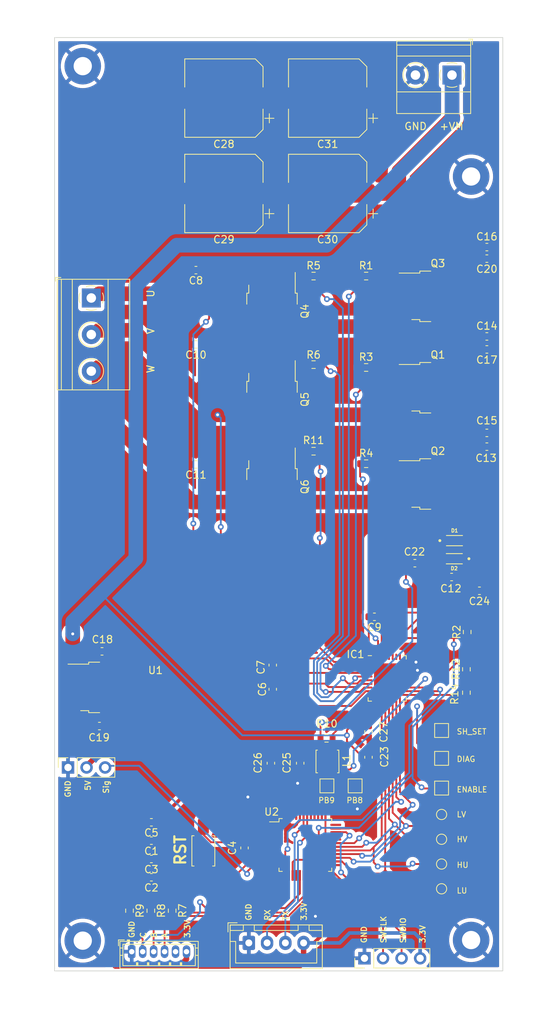
<source format=kicad_pcb>
(kicad_pcb (version 20211014) (generator pcbnew)
  (layers (0 "F.Cu" signal) (31 "B.Cu" signal) (34 "B.Paste" user) (35 "F.Paste" user) (36 "B.SilkS" user "B.Silkscreen") (37 "F.SilkS" user "F.Silkscreen") (38 "B.Mask" user) (39 "F.Mask" user) (44 "Edge.Cuts" user))
  (net 0 "")
  (net 1 "Net-(U2-Pad7)")
  (net 2 "Net-(C6-Pad1)")
  (net 3 "Net-(C7-Pad1)")
  (net 5 "Net-(C22-Pad1)")
  (net 9 "Net-(C22-Pad2)")
  (net 10 "Net-(C24-Pad2)")
  (net 11 "Net-(C27-Pad2)")
  (net 12 "LOUTW")
  (net 13 "HOUTV")
  (net 14 "LOUTV")
  (net 17 "LOUTU")
  (net 18 "HOUTU")
  (net 19 "DIAG")
  (net 25 "Servo")
  (net 26 "HO1")
  (net 33 "LO1")
  (net 34 "HO2")
  (net 35 "LO2")
  (net 36 "GND")
  (net 37 "+BATT")
  (net 38 "W")
  (net 39 "V")
  (net 40 "U")
  (net 41 "HO3")
  (net 42 "LO3")
  (net 44 "+5V")
  (net 45 "SCLK")
  (net 46 "SWD")
  (net 47 "+3.3V")
  (net 48 "RX")
  (net 49 "TX")
  (net 50 "Net-(Q3-Pad1)")
  (net 54 "Net-(C9-Pad1)")
  (net 56 "ENABLE")
  (net 57 "HOUTW")
  (net 58 "Net-(Q1-Pad1)")
  (net 59 "Net-(Q2-Pad1)")
  (net 60 "Net-(Q4-Pad1)")
  (net 61 "Net-(Q5-Pad1)")
  (net 62 "Net-(Q6-Pad1)")
  (net 63 "ENCC")
  (net 64 "ENCB")
  (net 65 "ENCA")
  (net 67 "Net-(IC1-Pad33)")
  (net 68 "Net-(IC1-Pad10)")
  (net 69 "SH_SET")
  (net 70 "PB9")
  (net 71 "PB8")
  (footprint "TestPoint:TestPoint_Pad_1.5x1.5mm" (layer "F.Cu") (at 117.1448 122.8852)
    (fp_text reference "TP1" hide)
    (fp_text value "TestPoint")
  )
  (footprint "Connector_PinHeader_2.54mm:PinHeader_1x04_P2.54mm_Vertical" (layer "F.Cu") (at 106.5884 154.0256 90)
    (fp_text reference "J5" hide)
    (fp_text value "Programming Port")
  )
  (footprint "Resistor_SMD:R_0603_1608Metric" (layer "F.Cu") (at 80.2609 147.5232 -90)
    (fp_text reference "R7")
    (fp_text value "10k")
  )
  (footprint "Capacitor_SMD:C_0603_1608Metric" (layer "F.Cu") (at 118.5164 101.9048)
    (fp_text reference "C12")
    (fp_text value "10uF/35V")
  )
  (footprint "TestPoint:TestPoint_Pad_D1.0mm" (layer "F.Cu") (at 117.1448 141.139332)
    (fp_text reference "TP3" hide)
    (fp_text value "TestPoint")
  )
  (footprint "Additional_Components:SW_Push_SPST_Wuerth_434121043816" (layer "F.Cu") (at 84.5312 139.3444 90)
    (fp_text reference "SW1" hide)
    (fp_text value "SW_Push")
  )
  (footprint "Capacitor_SMD:C_0603_1608Metric" (layer "F.Cu") (at 70.66 112.0668 180)
    (fp_text reference "C18")
    (fp_text value "100nF/35V")
  )
  (footprint "Capacitor_SMD:C_0603_1608Metric" (layer "F.Cu") (at 77.4161 142.9552 180)
    (fp_text reference "C2")
    (fp_text value "100nF/6V")
  )
  (footprint "Package_DFN_QFN:QFN-36-1EP_5x6mm_P0.5mm_EP3.6x4.1mm" (layer "F.Cu") (at 109.6964 115.7618)
    (fp_text reference "IC1")
    (fp_text value "TMC6140-Trinamic")
  )
  (footprint "TestPoint:TestPoint_Pad_1.5x1.5mm" (layer "F.Cu") (at 117.1448 126.6952)
    (fp_text reference "TP4" hide)
    (fp_text value "TestPoint")
  )
  (footprint "Capacitor_SMD:C_0603_1608Metric" (layer "F.Cu") (at 94.0308 117.2464 90)
    (fp_text reference "C6")
    (fp_text value "470nF/16V")
  )
  (footprint "TestPoint:TestPoint_Pad_1.5x1.5mm" (layer "F.Cu") (at 101.4476 130.4544)
    (fp_text reference "TP5" hide)
    (fp_text value "TestPoint")
  )
  (footprint "Additional_Components:DIODE_MSS1P4-M3_89A" (layer "F.Cu") (at 118.8869 99.4026 180)
    (fp_text reference "D2")
    (fp_text value "D_Schottky")
  )
  (footprint "Resistor_SMD:R_0603_1608Metric" (layer "F.Cu") (at 106.8166 73.2536)
    (fp_text reference "R3")
    (fp_text value "2.2R")
  )
  (footprint "TestPoint:TestPoint_Pad_1.5x1.5mm" (layer "F.Cu") (at 117.1448 130.7592)
    (fp_text reference "TP2" hide)
    (fp_text value "TestPoint")
  )
  (footprint "Capacitor_SMD:C_0603_1608Metric" (layer "F.Cu") (at 123.3424 84.0764)
    (fp_text reference "C13")
    (fp_text value "10uF/35V")
  )
  (footprint "Capacitor_SMD:CP_Elec_10x14.3" (layer "F.Cu") (at 87.3432 49.4633 180)
    (fp_text reference "C29")
    (fp_text value "1000uF/25V")
  )
  (footprint "Package_QFP:LQFP-48_7x7mm_P0.5mm" (layer "F.Cu") (at 98.4981 138.5356)
    (fp_text reference "U2")
    (fp_text value "STM32F101CBT6")
  )
  (footprint "Package_TO_SOT_SMD:TO-252-2" (layer "F.Cu") (at 93.9292 77.6224 -90)
    (fp_text reference "Q5")
    (fp_text value "IRLR 2905")
  )
  (footprint "Capacitor_SMD:C_0603_1608Metric" (layer "F.Cu") (at 123.3424 56.7944)
    (fp_text reference "C16")
    (fp_text value "10uF/35V")
  )
  (footprint "Connector_JST:JST_XH_B4B-XH-A_1x04_P2.50mm_Vertical" (layer "F.Cu") (at 90.75605 151.9256)
    (fp_text reference "J6" hide)
    (fp_text value "UART Port")
  )
  (footprint "Capacitor_SMD:C_0603_1608Metric" (layer "F.Cu") (at 77.4161 135.4368 180)
    (fp_text reference "C5")
    (fp_text value "1uF/6V")
  )
  (footprint "Capacitor_SMD:C_0603_1608Metric" (layer "F.Cu") (at 70.3044 122.2776)
    (fp_text reference "C19")
    (fp_text value "10uF/35V")
  )
  (footprint "Resistor_SMD:R_0603_1608Metric" (layer "F.Cu") (at 106.8166 60.7568)
    (fp_text reference "R1")
    (fp_text value "2.2R")
  )
  (footprint "Resistor_SMD:R_0603_1608Metric" (layer "F.Cu") (at 120.65 109.4232 90)
    (fp_text reference "R2")
    (fp_text value "4.7k")
  )
  (footprint "Capacitor_SMD:C_0603_1608Metric" (layer "F.Cu") (at 93.7768 127.3558 -90)
    (fp_text reference "C26")
    (fp_text value "22uF/6.3V")
  )
  (footprint "Resistor_SMD:R_0603_1608Metric" (layer "F.Cu") (at 120.5423 117.7158 90)
    (fp_text reference "R14")
    (fp_text value "47k")
  )
  (footprint "MountingHole:MountingHole_2.5mm_Pad" (layer "F.Cu") (at 121.1878 151.5364)
    (fp_text reference "H4" hide)
    (fp_text value "MountingHole_Pad")
  )
  (footprint "TerminalBlock_Phoenix:TerminalBlock_Phoenix_MKDS-1,5-3_1x03_P5.00mm_Horizontal" (layer "F.Cu") (at 69.1896 63.754 -90)
    (fp_text reference "J2" hide)
    (fp_text value "Motor Connector")
  )
  (footprint "Capacitor_SMD:C_0603_1608Metric" (layer "F.Cu") (at 123.3424 82.1968 180)
    (fp_text reference "C15")
    (fp_text value "100nF/35V")
  )
  (footprint "Capacitor_SMD:C_0603_1608Metric" (layer "F.Cu") (at 122.3264 103.7844 180)
    (fp_text reference "C24")
    (fp_text value "100nF/35V")
  )
  (footprint "Resistor_SMD:R_0603_1608Metric" (layer "F.Cu") (at 99.6188 72.8644 180)
    (fp_text reference "R6")
    (fp_text value "2.2R")
  )
  (footprint "Resistor_SMD:R_0603_1608Metric" (layer "F.Cu") (at 106.8166 86.4108)
    (fp_text reference "R4")
    (fp_text value "2.2R")
  )
  (footprint "Package_TO_SOT_SMD:TO-252-2" (layer "F.Cu") (at 93.9292 65.5656 -90)
    (fp_text reference "Q4")
    (fp_text value "IRLR 2905")
  )
  (footprint "Capacitor_SMD:CP_Elec_10x14.3" (layer "F.Cu") (at 87.3432 36.4236 180)
    (fp_text reference "C28")
    (fp_text value "1000uF/25V")
  )
  (footprint "Resistor_SMD:R_0603_1608Metric" (layer "F.Cu") (at 77.34145 147.5232 -90)
    (fp_text reference "R8")
    (fp_text value "10k")
  )
  (footprint "Package_TO_SOT_SMD:TO-252-2" (layer "F.Cu") (at 116.6368 63.5268)
    (fp_text reference "Q3")
    (fp_text value "IRLR 2905")
  )
  (footprint "MountingHole:MountingHole_2.5mm_Pad" (layer "F.Cu") (at 68.0212 32.0548)
    (fp_text reference "H3" hide)
    (fp_text value "MountingHole_Pad")
  )
  (footprint "Capacitor_SMD:C_0603_1608Metric" (layer "F.Cu") (at 107.95 107.3404 180)
    (fp_text reference "C9")
    (fp_text value "470nF/16V")
  )
  (footprint "TestPoint:TestPoint_Pad_D1.0mm" (layer "F.Cu") (at 117.1448 144.526)
    (fp_text reference "TP7" hide)
    (fp_text value "TestPoint")
  )
  (footprint "Capacitor_SMD:C_0603_1608Metric" (layer "F.Cu") (at 90.1669 138.942 -90)
    (fp_text reference "C4")
    (fp_text value "100nF/6V")
  )
  (footprint "Package_TO_SOT_SMD:TO-252-2" (layer "F.Cu") (at 93.9292 89.5604 -90)
    (fp_text reference "Q6")
    (fp_text value "IRLR 2905")
  )
  (footprint "Additional_Components:DIODE_MSS1P4-M3_89A" (layer "F.Cu") (at 118.9079 96.9264)
    (fp_text reference "D1")
    (fp_text value "D_Schottky")
  )
  (footprint "Additional_Components:L_Fastron_1212_FPS" (layer "F.Cu") (at 101.5492 127.1192 90)
    (fp_text reference "L1")
    (fp_text value "33uH/0.42A")
  )
  (footprint "Capacitor_SMD:C_0603_1608Metric" (layer "F.Cu") (at 113.4872 100.0122 180)
    (fp_text reference "C22")
    (fp_text value "100nF/35V")
  )
  (footprint "Package_TO_SOT_SMD:TO-252-2" (layer "F.Cu") (at 116.6368 89.1808)
    (fp_text reference "Q2")
    (fp_text value "IRLR 2905")
  )
  (footprint "Capacitor_SMD:CP_Elec_10x14.3" (layer "F.Cu") (at 101.5492 49.4633 180)
    (fp_text reference "C30")
    (fp_text value "1000uF/25V")
  )
  (footprint "TestPoint:TestPoint_Pad_D1.0mm" (layer "F.Cu") (at 117.1448 134.366)
    (fp_text reference "TP9" hide)
    (fp_text value "TestPoint")
  )
  (footprint "Package_TO_SOT_SMD:TO-252-2" (layer "F.Cu") (at 116.6368 76.0236)
    (fp_text reference "Q1")
    (fp_text value "IRLR 2905")
  )
  (footprint "Capacitor_SMD:C_0603_1608Metric" (layer "F.Cu") (at 83.5152 59.944 180)
    (fp_text reference "C8")
    (fp_text value "1nF/50V")
  )
  (footprint "Connector_PinSocket_2.54mm:PinSocket_1x03_P2.54mm_Vertical" (layer "F.Cu") (at 66.0042 127.9402 90)
    (fp_text reference "J7" hide)
    (fp_text value "Servo")
  )
  (footprint "Capacitor_SMD:C_0603_1608Metric" (layer "F.Cu") (at 77.4161 140.449066 180)
    (fp_text reference "C3")
    (fp_text value "10nF/6V")
  )
  (footprint "Capacitor_SMD:C_0603_1608Metric" (layer "F.Cu") (at 83.5152 70.104 180)
    (fp_text reference "C10")
    (fp_text value "1nF/50V")
  )
  (footprint "MountingHole:MountingHole_2.5mm_Pad" (layer "F.Cu") (at 121.1878 47.1424)
    (fp_text reference "H1" hide)
    (fp_text value "MountingHole_Pad")
  )
  (footprint "Package_TO_SOT_SMD:TO-252-2" (layer "F.Cu") (at 71.3046 116.9934)
    (fp_text reference "U1")
    (fp_text value "MC7805CDTG")
  )
  (footprint "Capacitor_SMD:C_0603_1608Metric" (layer "F.Cu") (at 107.1372 126.5428 -90)
    (fp_text reference "C23")
    (fp_text value "100nF/35V")
  )
  (footprint "MountingHole:MountingHole_2.5mm_Pad" (layer "F.Cu") (at 68.0212 151.617)
    (fp_text reference "H2" hide)
    (fp_text value "MountingHole_Pad")
  )
  (footprint "Capacitor_SMD:C_0603_1608Metric" (layer "F.Cu") (at 123.3424 58.3692 180)
    (fp_text reference "C20")
    (fp_text value "100nF/35V")
  )
  (footprint "Capacitor_SMD:CP_Elec_10x14.3" (layer "F.Cu") (at 101.5492 36.4236 180)
    (fp_text reference "C31")
    (fp_text value "1000uF/25V")
  )
  (footprint "Capacitor_SMD:C_0603_1608Metric" (layer "F.Cu") (at 123.3424 69.0076)
    (fp_text reference "C14")
    (fp_text value "10uF/35V")
  )
  (footprint "Resistor_SMD:R_0603_1608Metric" (layer "F.Cu") (at 74.422 147.5232 -90)
    (fp_text reference "R9")
    (fp_text value "10k")
  )
  (footprint "Resistor_SMD:R_0603_1608Metric" (layer "F.Cu") (at 120.5423 114.5154 90)
    (fp_text reference "R12")
    (fp_text value "22k")
  )
  (footprint "Capacitor_SMD:C_0603_1608Metric" (layer "F.Cu") (at 123.3424 70.7856 180)
    (fp_text reference "C17")
    (fp_text value "100nF/35V")
  )
  (footprint "Capacitor_SMD:C_0603_1608Metric" (layer "F.Cu") (at 107.1372 123.0376 90)
    (fp_text reference "C27")
    (fp_text value "100nF/35V")
  )
  (footprint "Resistor_SMD:R_0603_1608Metric" (layer "F.Cu") (at 101.3968 123.952 180)
    (fp_text reference "R10")
    (fp_text value "0R")
  )
  (footprint "Capacitor_SMD:C_0603_1608Metric" (layer "F.Cu") (at 94.0308 113.9444 -90)
    (fp_text reference "C7")
    (fp_text value "470nF/16V")
  )
  (footprint "Connector_JST:JST_ZH_B6B-ZR_1x06_P1.50mm_Vertical" (layer "F.Cu") (at 74.7237 153.1256)
    (fp_text reference "J3" hide)
    (fp_text value "Sensor Connector")
  )
  (footprint "Capacitor_SMD:C_0603_1608Metric" (layer "F.Cu") (at 97.79 127.3558 -90)
    (fp_text reference "C25")
    (fp_text value "22uF/6.3V")
  )
  (footprint "TestPoint:TestPoint_Pad_D1.0mm" (layer "F.Cu") (at 117.1448 137.752666)
    (fp_text reference "TP8" hide)
    (fp_text value "TestPoint")
  )
  (footprint "Capacitor_SMD:C_0603_1608Metric" (layer "F.Cu") (at 83.5152 86.5124 180)
    (fp_text reference "C11")
    (fp_text value "1nF/50V")
  )
  (footprint "Capacitor_SMD:C_0603_1608Metric" (layer "F.Cu") (at 77.4161 137.942933 180)
    (fp_text reference "C1")
    (fp_text value "100nF/6V")
  )
  (footprint "Resistor_SMD:R_0603_1608Metric" (layer "F.Cu") (at 99.6188 84.7022 180)
    (fp_text reference "R11")
    (fp_text value "2.2R")
  )
  (footprint "Resistor_SMD:R_0603_1608Metric" (layer "F.Cu") (at 99.6188 60.7568 180)
    (fp_text reference "R5")
    (fp_text value "2.2R")
  )
  (footprint "TestPoint:TestPoint_Pad_1.5x1.5mm" (layer "F.Cu") (at 105.3084 130.4544)
    (fp_text reference "TP6" hide)
    (fp_text value "TestPoint")
  )
  (footprint "TerminalBlock_Phoenix:TerminalBlock_Phoenix_MKDS-1,5-2_1x02_P5.00mm_Horizontal" (layer "F.Cu") (at 118.5672 33.274 180)
    (fp_text reference "J1" hide)
    (fp_text value "Power Supply")
  )
  (gr_rect (start 64.1604 28.1432) (end 125.5268 155.7528) (layer "Edge.Cuts") (width 0.1) (fill none))
  (gr_text "C" (at 76.3016 150.851685 90) (layer "F.SilkS") (effects (font (size 0.75 0.75))))
  (gr_text "ENABLE" (at 121.3104 130.9624) (layer "F.SilkS") (effects (font (size 0.75 0.75) (thickness 0.125))))
  (gr_text "LU" (at 119.9354 144.78) (layer "F.SilkS") (effects (font (size 0.75 0.75) (thickness 0.125))))
  (gr_text "RST" (at 81.3816 139.2428 90) (layer "F.SilkS") (effects (font (size 1.5 1.5) (thickness 0.3))))
  (gr_text "RX" (at 93.3196 148.119571 90) (layer "F.SilkS") (effects (font (size 0.75 0.75))))
  (gr_text "GND" (at 65.9892 130.874657 90) (layer "F.SilkS") (effects (font (size 0.75 0.75))))
  (gr_text "+VM" (at 118.5164 40.2844) (layer "F.SilkS") (effects (font (size 1 1))))
  (gr_text "GND" (at 106.5276 150.795028 90) (layer "F.SilkS") (effects (font (size 0.75 0.75))))
  (gr_text "PB9" (at 101.3968 132.4356) (layer "F.SilkS") (effects (font (size 0.75 0.75) (thickness 0.125))))
  (gr_text "U" (at 77.3176 63.1444 90) (layer "F.SilkS") (effects (font (size 1 1))))
  (gr_text "3.3V\n" (at 82.3468 150.0124 90) (layer "F.SilkS") (effects (font (size 0.75 0.75))))
  (gr_text "A" (at 79.248 150.905257 90) (layer "F.SilkS") (effects (font (size 0.75 0.75))))
  (gr_text "GND" (at 90.7288 147.708857 90) (layer "F.SilkS") (effects (font (size 0.75 0.75))))
  (gr_text "GND" (at 74.7268 150.083828 90) (layer "F.SilkS") (effects (font (size 0.75 0.75))))
  (gr_text "SH_SET" (at 121.256829 123.0376) (layer "F.SilkS") (effects (font (size 0.75 0.75) (thickness 0.125))))
  (gr_text "5V" (at 68.7324 130.4036 90) (layer "F.SilkS") (effects (font (size 0.75 0.75))))
  (gr_text "HU" (at 120.024686 141.2748) (layer "F.SilkS") (effects (font (size 0.75 0.75) (thickness 0.125))))
  (gr_text "B" (at 77.7748 150.851685 90) (layer "F.SilkS") (effects (font (size 0.75 0.75))))
  (gr_text "Sig" (at 71.2216 130.6068 90) (layer "F.SilkS") (effects (font (size 0.75 0.75))))
  (gr_text "DIAG" (at 120.488972 126.7968) (layer "F.SilkS") (effects (font (size 0.75 0.75) (thickness 0.125))))
  (gr_text "3.3V\n" (at 98.298 147.637429 90) (layer "F.SilkS") (effects (font (size 0.75 0.75))))
  (gr_text "TX" (at 95.8088 148.208857 90) (layer "F.SilkS") (effects (font (size 0.75 0.75))))
  (gr_text "SWDIO" (at 111.878532 150.205742 90) (layer "F.SilkS") (effects (font (size 0.75 0.75))))
  (gr_text "LV" (at 119.863972 134.366) (layer "F.SilkS") (effects (font (size 0.75 0.75) (thickness 0.125))))
  (gr_text "3.3V\n" (at 114.554 150.7236 90) (layer "F.SilkS") (effects (font (size 0.75 0.75))))
  (gr_text "GND\n" (at 113.5888 40.2844) (layer "F.SilkS") (effects (font (size 1 1))))
  (gr_text "SWCLK" (at 109.203066 150.0986 90) (layer "F.SilkS") (effects (font (size 0.75 0.75))))
  (gr_text "W" (at 77.3176 73.4568 90) (layer "F.SilkS") (effects (font (size 1 1))))
  (gr_text "V" (at 77.3176 68.2752 90) (layer "F.SilkS") (effects (font (size 1 1))))
  (gr_text "HV" (at 119.953257 137.7696) (layer "F.SilkS") (effects (font (size 0.75 0.75) (thickness 0.125))))
  (gr_text "PB8" (at 105.2576 132.4356) (layer "F.SilkS") (effects (font (size 0.75 0.75) (thickness 0.125))))
  (segment (start 85.5819 138.167) (end 90.1669 138.167) (width 0.25) (layer "F.Cu") (net 1))
  (segment (start 90.7855 138.7856) (end 94.3356 138.7856) (width 0.25) (layer "F.Cu") (net 1))
  (segment (start 84.5281 137.1132) (end 85.5819 138.167) (width 0.25) (layer "F.Cu") (net 1))
  (segment (start 90.1669 138.167) (end 90.7855 138.7856) (width 0.25) (layer "F.Cu") (net 1))
  (segment (start 84.5281 135.5412) (end 84.5281 137.1132) (width 0.25) (layer "F.Cu") (net 1))
  (segment (start 94.0308 118.0214) (end 95.5418 119.5324) (width 0.25) (layer "F.Cu") (net 2))
  (segment (start 95.5418 119.5324) (end 104.752792 119.5324) (width 0.25) (layer "F.Cu") (net 2))
  (segment (start 106.773392 117.5118) (end 107.2464 117.5118) (width 0.25) (layer "F.Cu") (net 2))
  (segment (start 104.752792 119.5324) (end 106.773392 117.5118) (width 0.25) (layer "F.Cu") (net 2))
  (segment (start 102.277 114.0118) (end 101.2952 113.03) (width 0.25) (layer "F.Cu") (net 3))
  (segment (start 107.2464 114.0118) (end 102.277 114.0118) (width 0.25) (layer "F.Cu") (net 3))
  (segment (start 101.2952 113.03) (end 94.1702 113.03) (width 0.25) (layer "F.Cu") (net 3))
  (segment (start 94.1702 113.03) (end 94.0308 113.1694) (width 0.25) (layer "F.Cu") (net 3))
  (segment (start 114.2622 100.0122) (end 114.8718 99.4026) (width 0.25) (layer "F.Cu") (net 5))
  (segment (start 117.6369 97.5474) (end 117.6369 99.4026) (width 0.25) (layer "F.Cu") (net 5))
  (segment (start 118.2579 96.9264) (end 117.6369 97.5474) (width 0.25) (layer "F.Cu") (net 5))
  (segment (start 114.8718 99.4026) (end 117.6369 99.4026) (width 0.25) (layer "F.Cu") (net 5))
  (segment (start 112.268 100.4564) (end 112.7122 100.0122) (width 0.25) (layer "F.Cu") (net 9))
  (segment (start 112.268 102.5652) (end 112.268 100.4564) (width 0.25) (layer "F.Cu") (net 9))
  (segment (start 100.5718 121.983) (end 100.7872 121.7676) (width 0.25) (layer "F.Cu") (net 9))
  (segment (start 100.5718 123.952) (end 100.5718 121.983) (width 0.25) (layer "F.Cu") (net 9))
  (via (at 112.268 102.5652) (size 0.8) (drill 0.4) (layers "F.Cu" "B.Cu") (net 9))
  (via (at 100.7872 121.7676) (size 0.8) (drill 0.4) (layers "F.Cu" "B.Cu") (net 9))
  (segment (start 113.1316 103.4288) (end 112.268 102.5652) (width 0.25) (layer "B.Cu") (net 9))
  (segment (start 113.1316 110.6932) (end 113.1316 103.4288) (width 0.25) (layer "B.Cu") (net 9))
  (segment (start 102.0572 121.7676) (end 113.1316 110.6932) (width 0.25) (layer "B.Cu") (net 9))
  (segment (start 100.7872 121.7676) (end 102.0572 121.7676) (width 0.25) (layer "B.Cu") (net 9))
  (segment (start 120.7516 100.6173) (end 119.5369 99.4026) (width 0.25) (layer "F.Cu") (net 10))
  (segment (start 109.9464 112.8118) (end 109.9464 111.565604) (width 0.25) (layer "F.Cu") (net 10))
  (segment (start 120.716 106.902996) (end 120.716 104.1248) (width 0.25) (layer "F.Cu") (net 10))
  (segment (start 120.380196 107.2388) (end 120.716 106.902996) (width 0.25) (layer "F.Cu") (net 10))
  (segment (start 120.7516 102.9846) (end 120.7516 100.6173) (width 0.25) (layer "F.Cu") (net 10))
  (segment (start 121.5514 103.7844) (end 120.7516 102.9846) (width 0.25) (layer "F.Cu") (net 10))
  (segment (start 109.9464 111.565604) (end 114.295404 107.2166) (width 0.25) (layer "F.Cu") (net 10))
  (segment (start 121.0564 103.7844) (end 121.5514 103.7844) (width 0.25) (layer "F.Cu") (net 10))
  (segment (start 120.716 104.1248) (end 121.0564 103.7844) (width 0.25) (layer "F.Cu") (net 10))
  (segment (start 114.989 107.2166) (end 115.0112 107.2388) (width 0.25) (layer "F.Cu") (net 10))
  (segment (start 114.295404 107.2166) (end 114.989 107.2166) (width 0.25) (layer "F.Cu") (net 10))
  (segment (start 115.0112 107.2388) (end 120.380196 107.2388) (width 0.25) (layer "F.Cu") (net 10))
  (segment (start 108.4072 118.751) (end 108.4072 119.634) (width 0.25) (layer "F.Cu") (net 11))
  (segment (start 107.1372 120.904) (end 107.1372 122.2626) (width 0.25) (layer "F.Cu") (net 11))
  (segment (start 108.4464 118.7118) (end 108.4072 118.751) (width 0.25) (layer "F.Cu") (net 11))
  (segment (start 108.4072 119.634) (end 107.1372 120.904) (width 0.25) (layer "F.Cu") (net 11))
  (segment (start 102.413396 113.5118) (end 107.2464 113.5118) (width 0.25) (layer "F.Cu") (net 12))
  (segment (start 100.4438 87.3374) (end 100.584 87.4776) (width 0.25) (layer "F.Cu") (net 12))
  (segment (start 100.4824 96.5708) (end 100.4824 111.580804) (width 0.25) (layer "F.Cu") (net 12))
  (segment (start 100.4438 84.7022) (end 100.4438 87.3374) (width 0.25) (layer "F.Cu") (net 12))
  (segment (start 100.4824 111.580804) (end 102.413396 113.5118) (width 0.25) (layer "F.Cu") (net 12))
  (via (at 100.4824 96.5708) (size 0.8) (drill 0.4) (layers "F.Cu" "B.Cu") (net 12))
  (via (at 100.584 87.4776) (size 0.8) (drill 0.4) (layers "F.Cu" "B.Cu") (net 12))
  (segment (start 100.584 87.4776) (end 100.584 96.4692) (width 0.25) (layer "B.Cu") (net 12))
  (segment (start 100.584 96.4692) (end 100.4824 96.5708) (width 0.25) (layer "B.Cu") (net 12))
  (segment (start 101.290901 114.050299) (end 101.752402 114.5118) (width 0.25) (layer "F.Cu") (net 13))
  (segment (start 105.9916 76.3804) (end 105.41 76.962) (width 0.25) (layer "F.Cu") (net 13))
  (segment (start 101.752402 114.5118) (end 107.2464 114.5118) (width 0.25) (layer "F.Cu") (net 13))
  (segment (start 105.9916 73.2536) (end 105.9916 76.3804) (width 0.25) (layer "F.Cu") (net 13))
  (via (at 101.290901 114.050299) (size 0.8) (drill 0.4) (layers "F.Cu" "B.Cu") (net 13))
  (via (at 105.41 76.962) (size 0.8) (drill 0.4) (layers "F.Cu" "B.Cu") (net 13))
  (segment (start 105.41 76.962) (end 105.41 109.9312) (width 0.25) (layer "B.Cu") (net 13))
  (segment (start 105.41 109.9312) (end 101.290901 114.050299) (width 0.25) (layer "B.Cu") (net 13))
  (segment (start 100.4438 72.8644) (end 101.0584 72.8644) (width 0.25) (layer "F.Cu") (net 14))
  (segment (start 101.0584 72.8644) (end 101.9556 73.7616) (width 0.25) (layer "F.Cu") (net 14))
  (segment (start 105.5334 115.5118) (end 107.2464 115.5118) (width 0.25) (layer "F.Cu") (net 14))
  (segment (start 105.3084 115.7368) (end 105.5334 115.5118) (width 0.25) (layer "F.Cu") (net 14))
  (via (at 105.3084 115.7368) (size 0.8) (drill 0.4) (layers "F.Cu" "B.Cu") (net 14))
  (via (at 101.9556 73.7616) (size 0.8) (drill 0.4) (layers "F.Cu" "B.Cu") (net 14))
  (segment (start 105.3084 115.9395) (end 105.3084 115.7368) (width 0.25) (layer "B.Cu") (net 14))
  (segment (start 103.182 109.795604) (end 99.665901 113.311703) (width 0.25) (layer "B.Cu") (net 14))
  (segment (start 100.598699 118.872) (end 102.3759 118.872) (width 0.25) (layer "B.Cu") (net 14))
  (segment (start 103.182 74.3784) (end 103.182 109.795604) (width 0.25) (layer "B.Cu") (net 14))
  (segment (start 99.665901 117.939202) (end 100.598699 118.872) (width 0.25) (layer "B.Cu") (net 14))
  (segment (start 99.665901 113.311703) (end 99.665901 117.939202) (width 0.25) (layer "B.Cu") (net 14))
  (segment (start 102.3759 118.872) (end 105.3084 115.9395) (width 0.25) (layer "B.Cu") (net 14))
  (segment (start 102.5652 73.7616) (end 103.182 74.3784) (width 0.25) (layer "B.Cu") (net 14))
  (segment (start 101.9556 73.7616) (end 102.5652 73.7616) (width 0.25) (layer "B.Cu") (net 14))
  (segment (start 100.4438 60.7568) (end 100.4438 62.9026) (width 0.25) (layer "F.Cu") (net 17))
  (segment (start 104.357 116.4613) (end 103.632 115.7363) (width 0.25) (layer "F.Cu") (net 17))
  (segment (start 104.6249 116.4613) (end 104.357 116.4613) (width 0.25) (layer "F.Cu") (net 17))
  (segment (start 100.4438 62.9026) (end 101.4476 63.9064) (width 0.25) (layer "F.Cu") (net 17))
  (segment (start 106.043305 116.0272) (end 105.608705 116.4618) (width 0.25) (layer "F.Cu") (net 17))
  (segment (start 104.6254 116.4618) (end 104.6249 116.4613) (width 0.25) (layer "F.Cu") (net 17))
  (segment (start 105.608705 116.4618) (end 104.6254 116.4618) (width 0.25) (layer "F.Cu") (net 17))
  (segment (start 107.2464 116.0118) (end 107.231 116.0272) (width 0.25) (layer "F.Cu") (net 17))
  (segment (start 107.231 116.0272) (end 106.043305 116.0272) (width 0.25) (layer "F.Cu") (net 17))
  (via (at 103.632 115.7363) (size 0.8) (drill 0.4) (layers "F.Cu" "B.Cu") (net 17))
  (via (at 101.4476 63.9064) (size 0.8) (drill 0.4) (layers "F.Cu" "B.Cu") (net 17))
  (segment (start 100.115901 117.752806) (end 100.690095 118.327) (width 0.25) (layer "B.Cu") (net 17))
  (segment (start 100.115901 113.498099) (end 100.115901 117.752806) (width 0.25) (layer "B.Cu") (net 17))
  (segment (start 102.2607 117.662305) (end 102.2607 117.1076) (width 0.25) (layer "B.Cu") (net 17))
  (segment (start 101.4476 63.9064) (end 102.362 63.9064) (width 0.25) (layer "B.Cu") (net 17))
  (segment (start 102.2607 117.1076) (end 103.632 115.7363) (width 0.25) (layer "B.Cu") (net 17))
  (segment (start 103.632 109.982) (end 100.115901 113.498099) (width 0.25) (layer "B.Cu") (net 17))
  (segment (start 101.596005 118.327) (end 102.2607 117.662305) (width 0.25) (layer "B.Cu") (net 17))
  (segment (start 102.362 63.9064) (end 103.632 65.1764) (width 0.25) (layer "B.Cu") (net 17))
  (segment (start 103.632 65.1764) (end 103.632 109.982) (width 0.25) (layer "B.Cu") (net 17))
  (segment (start 100.690095 118.327) (end 101.596005 118.327) (width 0.25) (layer "B.Cu") (net 17))
  (segment (start 105.9916 60.7568) (end 105.9916 62.004) (width 0.25) (layer "F.Cu") (net 18))
  (segment (start 105.9916 62.004) (end 104.4448 63.5508) (width 0.25) (layer "F.Cu") (net 18))
  (segment (start 101.2952 117.6025) (end 105.9683 117.6025) (width 0.25) (layer "F.Cu") (net 18))
  (segment (start 105.9683 117.6025) (end 106.559 117.0118) (width 0.25) (layer "F.Cu") (net 18))
  (segment (start 106.559 117.0118) (end 107.2464 117.0118) (width 0.25) (layer "F.Cu") (net 18))
  (via (at 104.4448 63.5508) (size 0.8) (drill 0.4) (layers "F.Cu" "B.Cu") (net 18))
  (via (at 101.2952 117.6025) (size 0.8) (drill 0.4) (layers "F.Cu" "B.Cu") (net 18))
  (segment (start 100.565901 113.749994) (end 104.4448 109.871095) (width 0.25) (layer "B.Cu") (net 18))
  (segment (start 100.9909 117.6025) (end 101.2952 117.6025) (width 0.25) (layer "B.Cu") (net 18))
  (segment (start 104.4448 109.871095) (end 104.4448 63.5508) (width 0.25) (layer "B.Cu") (net 18))
  (segment (start 100.9904 117.602) (end 100.9909 117.6025) (width 0.25) (layer "B.Cu") (net 18))
  (segment (start 100.565901 117.177501) (end 100.565901 113.749994) (width 0.25) (layer "B.Cu") (net 18))
  (segment (start 100.9904 117.602) (end 100.565901 117.177501) (width 0.25) (layer "B.Cu") (net 18))
  (segment (start 115.9002 126.7206) (end 115.9256 126.6952) (width 0.25) (layer "F.Cu") (net 19))
  (segment (start 116.5479 126.7206) (end 117.7417 126.7206) (width 0.25) (layer "F.Cu") (net 19))
  (segment (start 113.792 124.6124) (end 113.792 119.5832) (width 0.25) (layer "F.Cu") (net 19))
  (segment (start 96.0628 139.0904) (end 95.7481 139.4051) (width 0.25) (layer "F.Cu") (net 19))
  (segment (start 116.719735 117.5118) (end 116.946428 117.285107) (width 0.25) (layer "F.Cu") (net 19))
  (segment (start 115.9256 126.6952) (end 117.1448 126.6952) (width 0.25) (layer "F.Cu") (net 19))
  (segment (start 112.1464 117.5118) (end 116.719735 117.5118) (width 0.25) (layer "F.Cu") (net 19))
  (segment (start 95.7481 139.4051) (end 95.7481 142.6981) (width 0.25) (layer "F.Cu") (net 19))
  (segment (start 113.792 124.6124) (end 115.9002 126.7206) (width 0.25) (layer "F.Cu") (net 19))
  (via (at 116.946428 117.285107) (size 0.8) (drill 0.4) (layers "F.Cu" "B.Cu") (net 19))
  (via (at 96.0628 139.0904) (size 0.8) (drill 0.4) (layers "F.Cu" "B.Cu") (net 19))
  (via (at 113.792 119.5832) (size 0.8) (drill 0.4) (layers "F.Cu" "B.Cu") (net 19))
  (segment (start 116.946428 117.285107) (end 116.946428 118.003572) (width 0.25) (layer "B.Cu") (net 19))
  (segment (start 113.792 119.5832) (end 113.792 121.158) (width 0.25) (layer "B.Cu") (net 19))
  (segment (start 112.7252 122.2248) (end 112.7252 128.649604) (width 0.25) (layer "B.Cu") (net 19))
  (segment (start 113.7666 121.1834) (end 112.7252 122.2248) (width 0.25) (layer "B.Cu") (net 19))
  (segment (start 113.7666 121.1834) (end 116.946428 118.003572) (width 0.25) (layer "B.Cu") (net 19))
  (segment (start 106.246804 135.128) (end 97.6884 135.128) (width 0.25) (layer "B.Cu") (net 19))
  (segment (start 106.246804 135.128) (end 112.7252 128.649604) (width 0.25) (layer "B.Cu") (net 19))
  (segment (start 97.6884 135.128) (end 96.0628 136.7536) (width 0.25) (layer "B.Cu") (net 19))
  (segment (start 96.0628 136.7536) (end 96.0628 139.0904) (width 0.25) (layer "B.Cu") (net 19))
  (segment (start 113.792 121.158) (end 113.7666 121.1834) (width 0.25) (layer "B.Cu") (net 19))
  (segment (start 92.4292 140.2856) (end 90.5256 142.1892) (width 0.25) (layer "F.Cu") (net 25))
  (segment (start 90.5256 142.1892) (end 90.5256 142.494) (width 0.25) (layer "F.Cu") (net 25))
  (segment (start 94.3356 140.2856) (end 92.4292 140.2856) (width 0.25) (layer "F.Cu") (net 25))
  (via (at 90.5256 142.494) (size 0.8) (drill 0.4) (layers "F.Cu" "B.Cu") (net 25))
  (segment (start 75.7428 127.7112) (end 90.5256 142.494) (width 0.25) (layer "B.Cu") (net 25))
  (segment (start 71.12 127.7112) (end 75.7428 127.7112) (width 0.25) (layer "B.Cu") (net 25))
  (segment (start 113.1824 141.0716) (end 113.250132 141.139332) (width 0.25) (layer "F.Cu") (net 26))
  (segment (start 108.9464 118.7118) (end 108.9464 137.7384) (width 0.25) (layer "F.Cu") (net 26))
  (segment (start 107.8484 140.9192) (end 108.4072 141.478) (width 0.25) (layer "F.Cu") (net 26))
  (segment (start 107.8484 138.8364) (end 107.3992 139.2856) (width 0.25) (layer "F.Cu") (net 26))
  (segment (start 107.3992 139.2856) (end 102.6606 139.2856) (width 0.25) (layer "F.Cu") (net 26))
  (segment (start 107.8484 138.8364) (end 107.8484 140.9192) (width 0.25) (layer "F.Cu") (net 26))
  (segment (start 113.250132 141.139332) (end 117.1448 141.139332) (width 0.25) (layer "F.Cu") (net 26))
  (segment (start 108.9464 137.7384) (end 107.8484 138.8364) (width 0.25) (layer "F.Cu") (net 26))
  (via (at 113.1824 141.0716) (size 0.8) (drill 0.4) (layers "F.Cu" "B.Cu") (net 26))
  (via (at 108.4072 141.478) (size 0.8) (drill 0.4) (layers "F.Cu" "B.Cu") (net 26))
  (segment (start 108.4072 141.478) (end 112.776 141.478) (width 0.25) (layer "B.Cu") (net 26))
  (segment (start 112.776 141.478) (end 113.1824 141.0716) (width 0.25) (layer "B.Cu") (net 26))
  (segment (start 111.9632 144.526) (end 117.1448 144.526) (width 0.25) (layer "F.Cu") (net 33))
  (segment (start 109.4232 141.986) (end 111.9632 144.526) (width 0.25) (layer "F.Cu") (net 33))
  (segment (start 109.4232 138.5824) (end 109.4232 141.986) (width 0.25) (layer "F.Cu") (net 33))
  (segment (start 109.4464 118.7118) (end 109.4464 138.5592) (width 0.25) (layer "F.Cu") (net 33))
  (segment (start 103.4984 140.7856) (end 102.6606 140.7856) (width 0.25) (layer "F.Cu") (net 33))
  (segment (start 109.4232 141.986) (end 108.966 142.4432) (width 0.25) (layer "F.Cu") (net 33))
  (segment (start 109.4464 138.5592) (end 109.4232 138.5824) (width 0.25) (layer "F.Cu") (net 33))
  (segment (start 105.156 142.4432) (end 103.4984 140.7856) (width 0.25) (layer "F.Cu") (net 33))
  (segment (start 108.966 142.4432) (end 105.156 142.4432) (width 0.25) (layer "F.Cu") (net 33))
  (segment (start 109.9464 118.7118) (end 109.9464 134.94) (width 0.25) (layer "F.Cu") (net 34))
  (segment (start 109.9464 134.94) (end 110.744 135.7376) (width 0.25) (layer "F.Cu") (net 34))
  (segment (start 106.8324 138.2268) (end 106.2736 138.7856) (width 0.25) (layer "F.Cu") (net 34))
  (segment (start 110.744 135.7376) (end 112.759066 137.752666) (width 0.25) (layer "F.Cu") (net 34))
  (segment (start 112.759066 137.752666) (end 117.1448 137.752666) (width 0.25) (layer "F.Cu") (net 34))
  (segment (start 106.2736 138.7856) (end 102.6606 138.7856) (width 0.25) (layer "F.Cu") (net 34))
  (via (at 106.8324 138.2268) (size 0.8) (drill 0.4) (layers "F.Cu" "B.Cu") (net 34))
  (via (at 110.744 135.7376) (size 0.8) (drill 0.4) (layers "F.Cu" "B.Cu") (net 34))
  (segment (start 108.2548 138.2268) (end 106.8324 138.2268) (width 0.25) (layer "B.Cu") (net 34))
  (segment (start 110.744 135.7376) (end 108.2548 138.2268) (width 0.25) (layer "B.Cu") (net 34))
  (segment (start 113.2332 135.9408) (end 114.808 134.366) (width 0.25) (layer "F.Cu") (net 35))
  (segment (start 104.5732 140.2856) (end 102.6606 140.2856) (width 0.25) (layer "F.Cu") (net 35))
  (segment (start 114.808 134.366) (end 117.1448 134.366) (width 0.25) (layer "F.Cu") (net 35))
  (segment (start 110.4464 134.1192) (end 112.268 135.9408) (width 0.25) (layer "F.Cu") (net 35))
  (segment (start 112.268 135.9408) (end 113.2332 135.9408) (width 0.25) (layer "F.Cu") (net 35))
  (segment (start 105.1052 140.8176) (end 104.5732 140.2856) (width 0.25) (layer "F.Cu") (net 35))
  (segment (start 110.4464 118.7118) (end 110.4464 134.1192) (width 0.25) (layer "F.Cu") (net 35))
  (via (at 112.268 135.9408) (size 0.8) (drill 0.4) (layers "F.Cu" "B.Cu") (net 35))
  (via (at 105.1052 140.8176) (size 0.8) (drill 0.4) (layers "F.Cu" "B.Cu") (net 35))
  (segment (start 107.3912 140.8176) (end 105.1052 140.8176) (width 0.25) (layer "B.Cu") (net 35))
  (segment (start 107.3912 140.8176) (end 112.268 135.9408) (width 0.25) (layer "B.Cu") (net 35))
  (segment (start 97.7481 135.226285) (end 97.7481 134.3731) (width 0.25) (layer "F.Cu") (net 36))
  (segment (start 112.1464 114.0118) (end 113.1658 114.0118) (width 0.25) (layer "F.Cu") (net 36))
  (segment (start 90.1669 139.717) (end 90.5983 139.2856) (width 0.25) (layer "F.Cu") (net 36))
  (segment (start 111.9464 113.5118) (end 109.6964 115.7618) (width 0.25) (layer "F.Cu") (net 36))
  (segment (start 112.9866 115.5118) (end 113.8428 114.6556) (width 0.25) (layer "F.Cu") (net 36))
  (segment (start 102.6606 136.2856) (end 104.5064 136.2856) (width 0.25) (layer "F.Cu") (net 36))
  (segment (start 90.5983 139.2856) (end 94.3356 139.2856) (width 0.25) (layer "F.Cu") (net 36))
  (segment (start 104.5064 136.2856) (end 105.6132 135.1788) (width 0.25) (layer "F.Cu") (net 36))
  (segment (start 109.9464 115.5118) (end 109.6964 115.7618) (width 0.25) (layer "F.Cu") (net 36))
  (segment (start 100.7481 142.6981) (end 100.7481 147.4099) (width 0.25) (layer "F.Cu") (net 36))
  (segment (start 112.1464 113.5118) (end 112.1464 114.5118) (width 0.25) (layer "F.Cu") (net 36))
  (segment (start 113.1658 114.0118) (end 113.6396 113.538) (width 0.25) (layer "F.Cu") (net 36))
  (segment (start 112.1464 115.5118) (end 112.9866 115.5118) (width 0.25) (layer "F.Cu") (net 36))
  (segment (start 105.6132 135.1788) (end 105.6132 133.604) (width 0.25) (layer "F.Cu") (net 36))
  (segment (start 111.4464 114.0118) (end 109.6964 115.7618) (width 0.25) (layer "F.Cu") (net 36))
  (segment (start 96.7232 135.9408) (end 97.033585 135.9408) (width 0.25) (layer "F.Cu") (net 36))
  (segment (start 100.7481 147.4099) (end 99.8728 148.2852) (width 0.25) (layer "F.Cu") (net 36))
  (segment (start 96.2481 134.3731) (end 96.2481 135.4657) (width 0.25) (layer "F.Cu") (net 36))
  (segment (start 96.2481 131.2851) (end 97.4344 130.0988) (width 0.25) (layer "F.Cu") (net 36))
  (segment (start 97.033585 135.9408) (end 97.7481 135.226285) (width 0.25) (layer "F.Cu") (net 36))
  (segment (start 112.1464 114.5118) (end 110.9464 114.5118) (width 0.25) (layer "F.Cu") (net 36))
  (segment (start 110.9464 114.5118) (end 109.6964 115.7618) (width 0.25) (layer "F.Cu") (net 36))
  (segment (start 112.1464 114.0118) (end 111.4464 114.0118) (width 0.25) (layer "F.Cu") (net 36))
  (segment (start 112.1464 113.5118) (end 111.9464 113.5118) (width 0.25) (layer "F.Cu") (net 36))
  (segment (start 96.2481 135.4657) (end 96.7232 135.9408) (width 0.25) (layer "F.Cu") (net 36))
  (segment (start 112.1464 115.5118) (end 109.9464 115.5118) (width 0.25) (layer "F.Cu") (net 36))
  (segment (start 96.2481 134.3731) (end 96.2481 131.2851) (width 0.25) (layer "F.Cu") (net 36))
  (via (at 99.8728 148.2852) (size 0.8) (drill 0.4) (layers "F.Cu" "B.Cu") (net 36))
  (via (at 113.8428 114.6556) (size 0.8) (drill 0.4) (layers "F.Cu" "B.Cu") (net 36))
  (via (at 113.6396 113.538) (size 0.8) (drill 0.4) (layers "F.Cu" "B.Cu") (net 36))
  (via (at 105.6132 133.604) (size 0.8) (drill 0.4) (layers "F.Cu" "B.Cu") (net 36))
  (via (at 97.4344 130.0988) (size 0.8) (drill 0.4) (layers "F.Cu" "B.Cu") (net 36))
  (via (at 90.6272 131.9784) (size 0.8) (drill 0.4) (layers "F.Cu" "B.Cu") (net 36))
  (segment (start 67.2384 114.7134) (end 69.885 112.0668) (width 0.75) (layer "F.Cu") (net 37))
  (segment (start 118.7368 63.5268) (end 118.7368 59.1648) (width 2) (layer "F.Cu") (net 37))
  (segment (start 107.9464 118.7118) (end 107.9464 119.0788) (width 0.25) (layer "F.Cu") (net 37))
  (segment (start 104.1908 124.3714) (end 107.1372 127.3178) (width 0.25) (layer "F.Cu") (net 37))
  (segment (start 122.5674 72.193) (end 118.7368 76.0236) (width 0.5) (layer "F.Cu") (net 37))
  (segment (start 67.1046 114.7134) (end 67.2384 114.7134) (width 0.75) (layer "F.Cu") (net 37))
  (segment (start 104.1908 123.5456) (end 104.1908 124.3714) (width 0.25) (layer "F.Cu") (net 37))
  (segment (start 104.1908 122.8344) (end 104.1908 123.5456) (width 0.25) (layer "F.Cu") (net 37))
  (segment (start 121.1072 56.7944) (end 118.7368 59.1648) (width 0.5) (layer "F.Cu") (net 37))
  (segment (start 91.5432 30.4276) (end 92.456 29.5148) (width 0.75) (layer "F.Cu") (net 37))
  (segment (start 122.5674 56.7944) (end 122.5674 58.3692) (width 0.5) (layer "F.Cu") (net 37))
  (segment (start 122.5674 82.1968) (end 122.5674 85.3502) (width 0.5) (layer "F.Cu") (net 37))
  (segment (start 122.5674 85.3502) (end 118.7368 89.1808) (width 0.5) (layer "F.Cu") (net 37))
  (segment (start 111.2869 46.4471) (end 118.6796 39.0544) (width 2) (layer "F.Cu") (net 37))
  (segment (start 111.2869 49.4633) (end 105.7492 49.4633) (width 2) (layer "F.Cu") (net 37))
  (segment (start 105.7492 49.4633) (end 105.7492 36.4236) (width 0.75) (layer "F.Cu") (net 37))
  (segment (start 118.7368 63.5268) (end 118.7368 89.1808) (width 2) (layer "F.Cu") (net 37))
  (segment (start 122.5674 69.0076) (end 122.5674 70.7856) (width 0.5) (layer "F.Cu") (net 37))
  (segment (start 66.6496 114.2584) (end 67.1046 114.7134) (width 2) (layer "F.Cu") (net 37))
  (segment (start 103.886 29.5148) (end 105.7492 31.378) (width 0.75) (layer "F.Cu") (net 37))
  (segment (start 91.5432 36.4236) (end 91.5432 30.4276) (width 0.75) (layer "F.Cu") (net 37))
  (segment (start 118.7368 56.9132) (end 111.2869 49.4633) (width 2) (layer "F.Cu") (net 37))
  (segment (start 118.6796 39.0544) (end 118.578 38.9528) (width 2) (layer "F.Cu") (net 37))
  (segment (start 91.5432 49.4633) (end 91.5432 36.4236) (width 0.75) (layer "F.Cu") (net 37))
  (segment (start 92.456 29.5148) (end 103.886 29.5148) (width 0.75) (layer "F.Cu") (net 37))
  (segment (start 107.9464 119.0788) (end 104.1908 122.8344) (width 0.25) (layer "F.Cu") (net 37))
  (segment (start 118.578 38.9528) (end 118.578 33.7314) (width 2) (layer "F.Cu") (net 37))
  (segment (start 105.7492 31.378) (end 105.7492 36.4236) (width 0.75) (layer "F.Cu") (net 37))
  (segment (start 122.5674 70.7856) (end 122.5674 72.193) (width 0.5) (layer "F.Cu") (net 37))
  (segment (start 122.5674 56.7944) (end 121.1072 56.7944) (width 0.5) (layer "F.Cu") (net 37))
  (segment (start 111.2869 49.4633) (end 111.2869 46.4471) (width 2) (layer "F.Cu") (net 37))
  (segment (start 120.1579 96.9264) (end 120.1579 90.6019) (width 0.25) (layer "F.Cu") (net 37))
  (segment (start 118.7368 59.1648) (end 118.7368 56.9132) (width 2) (layer "F.Cu") (net 37))
  (segment (start 120.1579 90.6019) (end 118.7368 89.1808) (width 0.25) (layer "F.Cu") (net 37))
  (segment (start 66.6496 109.6772) (end 66.6496 114.2584) (width 2) (layer "F.Cu") (net 37))
  (via (at 66.6496 109.6772) (size 1.4) (drill 0.4) (layers "F.Cu" "B.Cu") (net 37))
  (via (at 104.1908 123.5456) (size 0.8) (drill 0.4) (layers "F.Cu" "B.Cu") (net 37))
  (segment (start 89.8652 123.5456) (end 70.6374 104.3178) (width 0.25) (layer "B.Cu") (net 37))
  (segment (start 70.6374 104.3178) (end 70.6374 104.013) (width 0.25) (layer "B.Cu") (net 37))
  (segment (start 104.1908 123.5456) (end 89.8652 123.5456) (width 0.25) (layer "B.Cu") (net 37))
  (segment (start 118.578 39.156) (end 118.578 33.7314) (width 2) (layer "B.Cu") (net 37))
  (segment (start 101.3968 56.5404) (end 118.6796 39.2576) (width 2) (layer "B.Cu") (net 37))
  (segment (start 66.6496 108.0008) (end 70.6374 104.013) (width 2) (layer "B.Cu") (net 37))
  (segment (start 75.2856 99.3648) (end 75.2856 62.1284) (width 2) (layer "B.Cu") (net 37))
  (segment (start 118.6796 39.2576) (end 118.578 39.156) (width 2) (layer "B.Cu") (net 37))
  (segment (start 70.6374 104.013) (end 75.2856 99.3648) (width 2) (layer "B.Cu") (net 37))
  (segment (start 80.8736 56.5404) (end 101.3968 56.5404) (width 2) (layer "B.Cu") (net 37))
  (segment (start 66.6496 108.0008) (end 66.6496 109.6772) (width 2) (layer "B.Cu") (net 37))
  (segment (start 75.2856 62.1284) (end 80.8736 56.5404) (width 2) (layer "B.Cu") (net 37))
  (segment (start 93.9292 91.6604) (end 112.2372 91.6604) (width 2) (layer "F.Cu") (net 38))
  (segment (start 107.175 96.7226) (end 112.4368 91.4608) (width 0.25) (layer "F.Cu") (net 38))
  (segment (start 84.2902 86.5124) (end 84.2902 91.2498) (width 0.5) (layer "F.Cu") (net 38))
  (segment (start 84.2902 91.2498) (end 84.7008 91.6604) (width 0.5) (layer "F.Cu") (net 38))
  (segment (start 107.175 107.3404) (end 107.175 112.0404) (width 0.25) (layer "F.Cu") (net 38))
  (segment (start 107.175 112.0404) (end 107.9464 112.8118) (width 0.25) (layer "F.Cu") (net 38))
  (segment (start 112.2372 91.6604) (end 112.4368 91.4608) (width 2) (layer "F.Cu") (net 38))
  (segment (start 84.7008 91.6604) (end 83.0244 91.6604) (width 2) (layer "F.Cu") (net 38))
  (segment (start 70.2566 78.8926) (end 83.0244 91.6604) (width 2) (layer "F.Cu") (net 38))
  (segment (start 70.2566 78.8926) (end 70.2566 73.1736) (width 2) (layer "F.Cu") (net 38))
  (segment (start 93.9292 91.6604) (end 84.7008 91.6604) (width 2) (layer "F.Cu") (net 38))
  (segment (start 107.175 107.3404) (end 107.175 96.7226) (width 0.25) (layer "F.Cu") (net 38))
  (segment (start 74.93 68.1736) (end 70.2566 68.1736) (width 2) (layer "F.Cu") (net 39))
  (segment (start 90.5894 114.7194) (end 86.9188 111.0488) (width 0.25) (layer "F.Cu") (net 39))
  (segment (start 94.0308 114.7194) (end 90.5894 114.7194) (width 0.25) (layer "F.Cu") (net 39))
  (segment (start 94.3232 115.0118) (end 94.0308 114.7194) (width 0.25) (layer "F.Cu") (net 39))
  (segment (start 93.9292 79.7224) (end 86.4788 79.7224) (width 2) (layer "F.Cu") (net 39))
  (segment (start 111.018 79.7224) (end 112.4368 78.3036) (width 2) (layer "F.Cu") (net 39))
  (segment (start 86.4788 79.7224) (end 83.0326 76.2762) (width 2) (layer "F.Cu") (net 39))
  (segment (start 93.9292 79.7224) (end 111.018 79.7224) (width 2) (layer "F.Cu") (net 39))
  (segment (start 74.93 68.1736) (end 83.0326 76.2762) (width 2) (layer "F.Cu") (net 39))
  (segment (start 84.2902 75.0186) (end 83.0326 76.2762) (width 0.5) (layer "F.Cu") (net 39))
  (segment (start 107.2464 115.0118) (end 94.3232 115.0118) (width 0.25) (layer "F.Cu") (net 39))
  (segment (start 86.9188 111.0488) (end 86.9188 95.0468) (width 0.25) (layer "F.Cu") (net 39))
  (segment (start 84.2902 70.104) (end 84.2902 75.0186) (width 0.5) (layer "F.Cu") (net 39))
  (via (at 86.4788 79.7224) (size 0.8) (drill 0.4) (layers "F.Cu" "B.Cu") (net 39))
  (via (at 86.9188 95.0468) (size 0.8) (drill 0.4) (layers "F.Cu" "B.Cu") (net 39))
  (segment (start 86.9188 95.0468) (end 86.9188 80.1624) (width 0.25) (layer "B.Cu") (net 39))
  (segment (start 86.9188 80.1624) (end 86.4788 79.7224) (width 0.25) (layer "B.Cu") (net 39))
  (segment (start 89.3442 116.4714) (end 83.1596 110.2868) (width 0.25) (layer "F.Cu") (net 40))
  (segment (start 101.659605 116.9416) (end 101.189405 116.4714) (width 0.25) (layer "F.Cu") (net 40))
  (segment (start 94.0308 116.4714) (end 89.3442 116.4714) (width 0.25) (layer "F.Cu") (net 40))
  (segment (start 84.2902 62.1414) (end 85.3224 63.1736) (width 0.5) (layer "F.Cu") (net 40))
  (segment (start 84.8868 67.0052) (end 85.3224 66.5696) (width 0.25) (layer "F.Cu") (net 40))
  (segment (start 85.3224 63.1736) (end 89.8144 67.6656) (width 2) (layer "F.Cu") (net 40))
  (segment (start 83.1596 110.2868) (end 83.1596 94.5896) (width 0.25) (layer "F.Cu") (net 40))
  (segment (start 105.765301 116.9416) (end 101.659605 116.9416) (width 0.25) (layer "F.Cu") (net 40))
  (segment (start 85.3224 66.5696) (end 85.3224 63.1736) (width 0.25) (layer "F.Cu") (net 40))
  (segment (start 93.9292 67.6656) (end 110.578 67.6656) (width 2) (layer "F.Cu") (net 40))
  (segment (start 89.8144 67.6656) (end 93.9292 67.6656) (width 2) (layer "F.Cu") (net 40))
  (segment (start 106.195101 116.5118) (end 105.765301 116.9416) (width 0.25) (layer "F.Cu") (net 40))
  (segment (start 84.2902 59.944) (end 84.2902 62.1414) (width 0.5) (layer "F.Cu") (net 40))
  (segment (start 110.578 67.6656) (end 112.4368 65.8068) (width 2) (layer "F.Cu") (net 40))
  (segment (start 70.2566 63.1736) (end 85.3224 63.1736) (width 2) (layer "F.Cu") (net 40))
  (segment (start 107.2464 116.5118) (end 106.195101 116.5118) (width 0.25) (layer "F.Cu") (net 40))
  (segment (start 101.189405 116.4714) (end 94.0308 116.4714) (width 0.25) (layer "F.Cu") (net 40))
  (via (at 83.1596 94.5896) (size 0.8) (drill 0.4) (layers "F.Cu" "B.Cu") (net 40))
  (via (at 84.8868 67.0052) (size 0.8) (drill 0.4) (layers "F.Cu" "B.Cu") (net 40))
  (segment (start 83.1596 68.7324) (end 84.8868 67.0052) (width 0.25) (layer "B.Cu") (net 40))
  (segment (start 83.1596 94.5896) (end 83.1596 68.7324) (width 0.25) (layer "B.Cu") (net 40))
  (segment (start 110.9464 131.9776) (end 111.6076 132.6388) (width 0.25) (layer "F.Cu") (net 41))
  (segment (start 110.9464 118.7118) (end 110.9464 131.9776) (width 0.25) (layer "F.Cu") (net 41))
  (segment (start 105.1988 138.2856) (end 102.6606 138.2856) (width 0.25) (layer "F.Cu") (net 41))
  (segment (start 105.8672 137.6172) (end 105.1988 138.2856) (width 0.25) (layer "F.Cu") (net 41))
  (via (at 111.6076 132.6388) (size 0.8) (drill 0.4) (layers "F.Cu" "B.Cu") (net 41))
  (via (at 105.8672 137.6172) (size 0.8) (drill 0.4) (layers "F.Cu" "B.Cu") (net 41))
  (segment (start 110.8456 132.6388) (end 105.8672 137.6172) (width 0.25) (layer "B.Cu") (net 41))
  (segment (start 111.6076 132.6388) (end 110.8456 132.6388) (width 0.25) (layer "B.Cu") (net 41))
  (segment (start 106.2736 140.0101) (end 106.0491 139.7856) (width 0.25) (layer "F.Cu") (net 42))
  (segment (start 111.4464 131.3092) (end 113.1824 133.0452) (width 0.25) (layer "F.Cu") (net 42))
  (segment (start 106.0491 139.7856) (end 102.6606 139.7856) (width 0.25) (layer "F.Cu") (net 42))
  (segment (start 111.4464 118.7118) (end 111.4464 131.3092) (width 0.25) (layer "F.Cu") (net 42))
  (via (at 106.2736 140.0101) (size 0.8) (drill 0.4) (layers "F.Cu" "B.Cu") (net 42))
  (via (at 113.1824 133.0452) (size 0.8) (drill 0.4) (layers "F.Cu" "B.Cu") (net 42))
  (segment (start 111.469 136.037905) (end 107.496805 140.0101) (width 0.25) (layer "B.Cu") (net 42))
  (segment (start 107.496805 140.0101) (end 106.2736 140.0101) (width 0.25) (layer "B.Cu") (net 42))
  (segment (start 111.469 134.7586) (end 111.469 136.037905) (width 0.25) (layer "B.Cu") (net 42))
  (segment (start 113.1824 133.0452) (end 111.469 134.7586) (width 0.25) (layer "B.Cu") (net 42))
  (segment (start 67.1046 119.8528) (end 69.5294 122.2776) (width 0.75) (layer "F.Cu") (net 44))
  (segment (start 67.1046 119.2734) (end 67.1046 119.8528) (width 0.75) (layer "F.Cu") (net 44))
  (segment (start 69.5294 122.2776) (end 69.5294 126.7618) (width 0.75) (layer "F.Cu") (net 44))
  (segment (start 69.5294 126.7618) (end 68.58 127.7112) (width 0.75) (layer "F.Cu") (net 44))
  (segment (start 101.2481 134.3731) (end 101.2481 141.176285) (width 0.25) (layer "F.Cu") (net 45))
  (segment (start 109.1284 154.0256) (end 109.1284 149.056585) (width 0.25) (layer "F.Cu") (net 45))
  (segment (start 109.1284 149.056585) (end 101.2481 141.176285) (width 0.25) (layer "F.Cu") (net 45))
  (segment (start 111.6684 154.0256) (end 111.6684 150.571986) (width 0.25) (layer "F.Cu") (net 46))
  (segment (start 102.6606 136.7856) (end 104.0704 136.7856) (width 0.25) (layer "F.Cu") (net 46))
  (segment (start 104.0704 136.7856) (end 104.5464 137.2616) (width 0.25) (layer "F.Cu") (net 46))
  (segment (start 111.6684 150.571986) (end 103.382607 142.286193) (width 0.25) (layer "F.Cu") (net 46))
  (via (at 103.382607 142.286193) (size 0.8) (drill 0.4) (layers "F.Cu" "B.Cu") (net 46))
  (via (at 104.5464 137.2616) (size 0.8) (drill 0.4) (layers "F.Cu" "B.Cu") (net 46))
  (segment (start 103.3272 138.4808) (end 103.3272 142.230786) (width 0.25) (layer "B.Cu") (net 46))
  (segment (start 103.3272 142.230786) (end 103.382607 142.286193) (width 0.25) (layer "B.Cu") (net 46))
  (segment (start 104.5464 137.2616) (end 103.3272 138.4808) (width 0.25) (layer "B.Cu") (net 46))
  (segment (start 101.2481 150.3643) (end 101.2481 142.6981) (width 0.25) (layer "F.Cu") (net 47))
  (segment (start 80.2609 145.025) (end 80.2609 146.6006) (width 0.5) (layer "F.Cu") (net 47))
  (segment (start 114.0266 117.0118) (end 114.0266 116.707) (width 0.25) (layer "F.Cu") (net 47))
  (segment (start 104.5972 128.2192) (end 101.5492 128.2192) (width 0.25) (layer "F.Cu") (net 47))
  (segment (start 81.28 155.0924) (end 97.6884 155.0924) (width 0.75) (layer "F.Cu") (net 47))
  (segment (start 95.4664 128.1308) (end 93.7768 128.1308) (width 0.75) (layer "F.Cu") (net 47))
  (segment (start 97.8784 128.2192) (end 97.79 128.1308) (width 0.75) (layer "F.Cu") (net 47))
  (segment (start 95.7481 134.3731) (end 94.3356 135.7856) (width 0.25) (layer "F.Cu") (net 47))
  (segment (start 119.1321 113.6904) (end 120.5423 113.6904) (width 0.25) (layer "F.Cu") (net 47))
  (segment (start 86.623 145.025) (end 80.2609 145.025) (width 0.25) (layer "F.Cu") (net 47))
  (segment (start 74.422 146.6982) (end 71.882 149.2382) (width 0.75) (layer "F.Cu") (net 47))
  (segment (start 74.2778 146.6006) (end 80.6278 146.6006) (width 0.5) (layer "F.Cu") (net 47))
  (segment (start 98.25605 151.9256) (end 99.6868 151.9256) (width 0.5) (layer "F.Cu") (net 47))
  (segment (start 97.79 128.1308) (end 95.4664 128.1308) (width 0.75) (layer "F.Cu") (net 47))
  (segment (start 105.1052 127.7112) (end 104.5972 128.2192) (width 0.25) (layer "F.Cu") (net 47))
  (segment (start 112.1464 117.0118) (end 114.0266 117.0118) (width 0.25) (layer "F.Cu") (net 47))
  (segment (start 71.882 154.4828) (end 72.4916 155.0924) (width 0.75) (layer "F.Cu") (net 47))
  (segment (start 95.7481 134.3731) (end 95.7481 128.4125) (width 0.3) (layer "F.Cu") (net 47))
  (segment (start 114.0266 117.0118) (end 115.8107 117.0118) (width 0.25) (layer "F.Cu") (net 47))
  (segment (start 95.7481 128.4125) (end 95.4664 128.1308) (width 0.25) (layer "F.Cu") (net 47))
  (segment (start 85.4971 128.1308) (end 93.7768 128.1308) (width 0.5) (layer "F.Cu") (net 47))
  (segment (start 101.5492 128.2192) (end 97.8784 128.2192) (width 0.75) (layer "F.Cu") (net 47))
  (segment (start 72.4916 155.0924) (end 81.28 155.0924) (width 0.75) (layer "F.Cu") (net 47))
  (segment (start 97.6884 155.0924) (end 98.25605 154.52475) (width 0.75) (layer "F.Cu") (net 47))
  (segment (start 115.8107 117.0118) (end 119.1321 113.6904) (width 0.25) (layer "F.Cu") (net 47))
  (segment (start 78.1911 135.4368) (end 78.1911 142.9552) (width 0.5) (layer "F.Cu") (net 47))
  (segment (start 71.882 149.2382) (end 71.882 154.4828) (width 0.75) (layer "F.Cu") (net 47))
  (segment (start 94.3356 139.7856) (end 91.8624 139.7856) (width 0.25) (layer "F.Cu") (net 47))
  (segment (start 82.2237 154.1487) (end 82.2237 153.1256) (width 0.75) (layer "F.Cu") (net 47))
  (segment (start 91.8624 139.7856) (end 86.623 145.025) (width 0.25) (layer "F.Cu") (net 47))
  (segment (start 78.1911 135.4368) (end 85.4971 128.1308) (width 0.5) (layer "F.Cu") (net 47))
  (segment (start 114.0266 116.707) (end 114.9096 115.824) (width 0.25) (layer "F.Cu") (net 47))
  (segment (start 78.1911 142.9552) (end 80.2609 145.025) (width 0.5) (layer "F.Cu") (net 47))
  (segment (start 81.28 155.0924) (end 82.2237 154.1487) (width 0.75) (layer "F.Cu") (net 47))
  (segment (start 98.25605 154.52475) (end 98.25605 151.9256) (width 0.75) (layer "F.Cu") (net 47))
  (segment (start 99.6868 151.9256) (end 101.2481 150.3643) (width 0.5) (layer "F.Cu") (net 47))
  (via (at 114.9096 115.824) (size 0.8) (drill 0.4) (layers "F.Cu" "B.Cu") (net 47))
  (via (at 105.1052 127.7112) (size 0.8) (drill 0.4) (layers "F.Cu" "B.Cu") (net 47))
  (segment (start 113.4364 150.5712) (end 114.2084 151.3432) (width 0.5) (layer "B.Cu") (net 47))
  (segment (start 114.2084 151.3432) (end 114.2084 154.0256) (width 0.5) (layer "B.Cu") (net 47))
  (segment (start 98.25605 151.9256) (end 103.192 151.9256) (width 0.5) (layer "B.Cu") (net 47))
  (segment (start 103.192 151.9256) (end 104.5464 150.5712) (width 0.5) (layer "B.Cu") (net 47))
  (segment (start 105.1052 125.6284) (end 114.9096 115.824) (width 0.25) (layer "B.Cu") (net 47))
  (segment (start 104.5464 150.5712) (end 113.4364 150.5712) (width 0.5) (layer "B.Cu") (net 47))
  (segment (start 105.1052 125.6284) (end 105.1052 127.7112) (width 0.25) (layer "B.Cu") (net 47))
  (segment (start 97.028 137.16) (end 98.2481 135.9399) (width 0.25) (layer "F.Cu") (net 48))
  (segment (start 98.2481 135.9399) (end 98.2481 134.3731) (width 0.25) (layer "F.Cu") (net 48))
  (via (at 97.028 137.16) (size 0.8) (drill 0.4) (layers "F.Cu" "B.Cu") (net 48))
  (segment (start 97.028 146.1516) (end 97.028 137.16) (width 0.25) (layer "B.Cu") (net 48))
  (segment (start 93.25605 151.9256) (end 93.25605 149.92355) (width 0.25) (layer "B.Cu") (net 48))
  (segment (start 93.25605 149.92355) (end 97.028 146.1516) (width 0.25) (layer "B.Cu") (net 48))
  (segment (start 98.7481 134.3731) (end 98.7481 137.2312) (width 0.25) (layer "F.Cu") (net 49))
  (segment (start 98.7481 137.2312) (end 97.7525 138.2268) (width 0.25) (layer "F.Cu") (net 49))
  (via (at 97.7525 138.2268) (size 0.8) (drill 0.4) (layers "F.Cu" "B.Cu") (net 49))
  (segment (start 97.4852 146.330796) (end 97.4852 138.4941) (width 0.25) (layer "B.Cu") (net 49))
  (segment (start 97.4852 138.4941) (end 97.7525 138.2268) (width 0.25) (layer "B.Cu") (net 49))
  (segment (start 95.75605 148.059946) (end 97.4852 146.330796) (width 0.25) (layer "B.Cu") (net 49))
  (segment (start 95.75605 151.9256) (end 95.75605 148.059946) (width 0.25) (layer "B.Cu") (net 49))
  (segment (start 108.1316 61.2468) (end 112.4368 61.2468) (width 0.25) (layer "F.Cu") (net 50))
  (segment (start 107.6416 60.7568) (end 108.1316 61.2468) (width 0.25) (layer "F.Cu") (net 50))
  (segment (start 108.9464 112.8118) (end 108.9464 107.5618) (width 0.25) (layer "F.Cu") (net 54))
  (segment (start 108.9464 107.5618) (end 108.725 107.3404) (width 0.25) (layer "F.Cu") (net 54))
  (segment (start 99.0092 140.5636) (end 97.0788 140.5636) (width 0.25) (layer "F.Cu") (net 56))
  (segment (start 110.4464 111.702) (end 111.9002 110.2482) (width 0.25) (layer "F.Cu") (net 56))
  (segment (start 114.4016 130.6576) (end 114.554 130.81) (width 0.25) (layer "F.Cu") (net 56))
  (segment (start 97.0788 140.5636) (end 96.7481 140.8943) (width 0.25) (layer "F.Cu") (net 56))
  (segment (start 111.9002 110.2482) (end 118.7318 110.2482) (width 0.25) (layer "F.Cu") (net 56))
  (segment (start 96.7481 140.8943) (end 96.7481 142.6981) (width 0.25) (layer "F.Cu") (net 56))
  (segment (start 118.8212 110.3376) (end 118.7318 110.2482) (width 0.25) (layer "F.Cu") (net 56))
  (segment (start 114.554 130.81) (end 117.094 130.81) (width 0.25) (layer "F.Cu") (net 56))
  (segment (start 100.33 139.2428) (end 99.0092 140.5636) (width 0.25) (layer "F.Cu") (net 56))
  (segment (start 118.8212 111.0996) (end 118.8212 110.3376) (width 0.25) (layer "F.Cu") (net 56))
  (segment (start 100.33 136.1948) (end 100.33 139.2428) (width 0.25) (layer "F.Cu") (net 56))
  (segment (start 118.7318 110.2482) (end 120.65 110.2482) (width 0.25) (layer "F.Cu") (net 56))
  (segment (start 110.4464 112.8118) (end 110.4464 111.702) (width 0.25) (layer "F.Cu") (net 56))
  (via (at 114.4016 130.6576) (size 0.8) (drill 0.4) (layers "F.Cu" "B.Cu") (net 56))
  (via (at 118.8212 111.0996) (size 0.8) (drill 0.4) (layers "F.Cu" "B.Cu") (net 56))
  (via (at 100.33 136.1948) (size 0.8) (drill 0.4) (layers "F.Cu" "B.Cu") (net 56))
  (segment (start 113.1752 122.411196) (end 118.8212 116.765196) (width 0.25) (layer "B.Cu") (net 56))
  (segment (start 113.1752 128.836) (end 113.1752 129.4312) (width 0.25) (layer "B.Cu") (net 56))
  (segment (start 105.8164 136.1948) (end 113.1752 128.836) (width 0.25) (layer "B.Cu") (net 56))
  (segment (start 113.1752 128.836) (end 113.1752 122.411196) (width 0.25) (layer "B.Cu") (net 56))
  (segment (start 105.8164 136.1948) (end 100.33 136.1948) (width 0.25) (layer "B.Cu") (net 56))
  (segment (start 113.1752 129.4312) (end 114.4016 130.6576) (width 0.25) (layer "B.Cu") (net 56))
  (segment (start 118.8212 116.765196) (end 118.8212 111.0996) (width 0.25) (layer "B.Cu") (net 56))
  (segment (start 105.9916 88.1608) (end 106.3752 88.5444) (width 0.25) (layer "F.Cu") (net 57))
  (segment (start 108.4464 112.8118) (end 108.4464 110.6308) (width 0.25) (layer "F.Cu") (net 57))
  (segment (start 108.4464 110.6308) (end 108.1024 110.2868) (width 0.25) (layer "F.Cu") (net 57))
  (segment (start 105.9916 86.4108) (end 105.9916 88.1608) (width 0.25) (layer "F.Cu") (net 57))
  (via (at 108.1024 110.2868) (size 0.8) (drill 0.4) (layers "F.Cu" "B.Cu") (net 57))
  (via (at 106.3752 88.5444) (size 0.8) (drill 0.4) (layers "F.Cu" "B.Cu") (net 57))
  (segment (start 106.3752 108.5596) (end 108.1024 110.2868) (width 0.25) (layer "B.Cu") (net 57))
  (segment (start 106.3752 105.156) (end 106.3752 108.5596) (width 0.25) (layer "B.Cu") (net 57))
  (segment (start 106.3752 105.1052) (end 106.3752 105.156) (width 0.25) (layer "B.Cu") (net 57))
  (segment (start 106.3752 88.5444) (end 106.3752 105.1052) (width 0.25) (layer "B.Cu") (net 57))
  (segment (start 108.1316 73.7436) (end 112.4368 73.7436) (width 0.25) (layer "F.Cu") (net 58))
  (segment (start 107.6416 73.2536) (end 108.1316 73.7436) (width 0.25) (layer "F.Cu") (net 58))
  (segment (start 107.6416 86.4108) (end 108.1316 86.9008) (width 0.25) (layer "F.Cu") (net 59))
  (segment (start 108.1316 86.9008) (end 112.4368 86.9008) (width 0.25) (layer "F.Cu") (net 59))
  (segment (start 96.2092 61.3656) (end 98.185 61.3656) (width 0.25) (layer "F.Cu") (net 60))
  (segment (start 98.185 61.3656) (end 98.7938 60.7568) (width 0.25) (layer "F.Cu") (net 60))
  (segment (start 98.2358 73.4224) (end 98.7938 72.8644) (width 0.25) (layer "F.Cu") (net 61))
  (segment (start 96.2092 73.4224) (end 98.2358 73.4224) (width 0.25) (layer "F.Cu") (net 61))
  (segment (start 96.2092 85.3604) (end 98.1356 85.3604) (width 0.25) (layer "F.Cu") (net 62))
  (segment (start 98.1356 85.3604) (end 98.7938 84.7022) (width 0.25) (layer "F.Cu") (net 62))
  (segment (start 74.422 149.606) (end 76.2237 151.4077) (width 0.25) (layer "F.Cu") (net 63))
  (segment (start 97.7481 142.6981) (end 97.7481 145.1775) (width 0.25) (layer "F.Cu") (net 63))
  (segment (start 97.7481 145.1775) (end 95.758 147.1676) (width 0.25) (layer "F.Cu") (net 63))
  (segment (start 95.758 147.1676) (end 84.8868 147.1676) (width 0.25) (layer "F.Cu") (net 63))
  (segment (start 84.8868 147.1676) (end 84.074 146.3548) (width 0.25) (layer "F.Cu") (net 63))
  (segment (start 76.2237 151.4077) (end 76.2237 153.1256) (width 0.25) (layer "F.Cu") (net 63))
  (segment (start 74.422 148.3482) (end 74.422 149.606) (width 0.25) (layer "F.Cu") (net 63))
  (via (at 84.074 146.3548) (size 0.8) (drill 0.4) (layers "F.Cu" "B.Cu") (net 63))
  (segment (start 76.0984 152.1359) (end 76.0984 153.0003) (width 0.25) (layer "B.Cu") (net 63))
  (segment (start 84.074 146.3548) (end 84.074 147.7772) (width 0.25) (layer "B.Cu") (net 63))
  (segment (start 76.0984 153.0003) (end 76.2237 153.1256) (width 0.25) (layer "B.Cu") (net 63))
  (segment (start 84.074 147.7772) (end 81.026 150.8252) (width 0.25) (layer "B.Cu") (net 63))
  (segment (start 77.4091 150.8252) (end 76.0984 152.1359) (width 0.25) (layer "B.Cu") (net 63))
  (segment (start 81.026 150.8252) (end 77.4091 150.8252) (width 0.25) (layer "B.Cu") (net 63))
  (segment (start 77.34145 148.3482) (end 77.7237 148.73045) (width 0.25) (layer "F.Cu") (net 64))
  (segment (start 77.7237 148.73045) (end 77.7237 153.1256) (width 0.25) (layer "F.Cu") (net 64))
  (segment (start 96.036004 147.7772) (end 81.8896 147.7772) (width 0.25) (layer "F.Cu") (net 64))
  (segment (start 81.5356 147.4232) (end 78.26645 147.4232) (width 0.25) (layer "F.Cu") (net 64))
  (segment (start 78.26645 147.4232) (end 77.34145 148.3482) (width 0.25) (layer "F.Cu") (net 64))
  (segment (start 98.2481 142.6981) (end 98.2481 145.565104) (width 0.25) (layer "F.Cu") (net 64))
  (segment (start 81.8896 147.7772) (end 81.5356 147.4232) (width 0.25) (layer "F.Cu") (net 64))
  (segment (start 98.2481 145.565104) (end 96.036004 147.7772) (width 0.25) (layer "F.Cu") (net 64))
  (segment (start 96.199 148.2506) (end 80.2609 148.2506) (width 0.25) (layer "F.Cu") (net 65))
  (segment (start 80.2609 148.3482) (end 79.2237 149.3854) (width 0.25) (layer "F.Cu") (net 65))
  (segment (start 79.2237 149.3854) (end 79.2237 153.1256) (width 0.25) (layer "F.Cu") (net 65))
  (segment (start 98.7481 142.6981) (end 98.7481 145.7015) (width 0.25) (layer "F.Cu") (net 65))
  (segment (start 98.7481 145.7015) (end 96.199 148.2506) (width 0.25) (layer "F.Cu") (net 65))
  (segment (start 120.216 106.7666) (end 120.216 102.8294) (width 0.25) (layer "F.Cu") (net 67))
  (segment (start 110.551617 106.7666) (end 120.216 106.7666) (width 0.25) (layer "F.Cu") (net 67))
  (segment (start 109.4464 112.8118) (end 109.4464 107.871817) (width 0.25) (layer "F.Cu") (net 67))
  (segment (start 109.4464 107.871817) (end 110.551617 106.7666) (width 0.25) (layer "F.Cu") (net 67))
  (segment (start 120.216 102.8294) (end 119.2914 101.9048) (width 0.25) (layer "F.Cu") (net 67))
  (segment (start 102.2218 123.952) (end 102.2218 123.4318) (width 0.25) (layer "F.Cu") (net 68))
  (segment (start 102.2218 125.3466) (end 101.5492 126.0192) (width 0.25) (layer "F.Cu") (net 68))
  (segment (start 107.2464 118.4072) (end 107.2464 118.0118) (width 0.25) (layer "F.Cu") (net 68))
  (segment (start 102.2218 123.952) (end 102.2218 125.3466) (width 0.25) (layer "F.Cu") (net 68))
  (segment (start 102.2218 123.4318) (end 107.2464 118.4072) (width 0.25) (layer "F.Cu") (net 68))
  (segment (start 112.1594 118.0248) (end 119.4083 118.0248) (width 0.25) (layer "F.Cu") (net 69))
  (segment (start 119.4083 118.0248) (end 120.5423 116.8908) (width 0.25) (layer "F.Cu") (net 69))
  (segment (start 117.094 120.3391) (end 119.4083 118.0248) (width 0.25) (layer "F.Cu") (net 69))
  (segment (start 112.1464 118.0118) (end 112.1594 118.0248) (width 0.25) (layer "F.Cu") (net 69))
  (segment (start 120.5423 115.3404) (end 120.5423 116.8908) (width 0.25) (layer "F.Cu") (net 69))
  (segment (start 117.094 122.6312) (end 117.094 120.3391) (width 0.25) (layer "F.Cu") (net 69))
  (segment (start 96.7481 134.3731) (end 96.7481 132.6139) (width 0.25) (layer "F.Cu") (net 70))
  (segment (start 96.7481 132.6139) (end 98.806 130.556) (width 0.25) (layer "F.Cu") (net 70))
  (segment (start 98.806 130.556) (end 101.1936 130.556) (width 0.25) (layer "F.Cu") (net 70))
  (segment (start 97.2481 134.4934) (end 97.2481 134.3731) (width 0.25) (layer "F.Cu") (net 71))
  (segment (start 102.9208 132.588) (end 104.9528 130.556) (width 0.25) (layer "F.Cu") (net 71))
  (segment (start 98.1964 132.588) (end 97.2231 133.5613) (width 0.25) (layer "F.Cu") (net 71))
  (segment (start 97.2231 134.5184) (end 97.2481 134.4934) (width 0.25) (layer "F.Cu") (net 71))
  (segment (start 98.1964 132.588) (end 102.9208 132.588) (width 0.25) (layer "F.Cu") (net 71))
  (segment (start 97.2231 133.5613) (end 97.2231 134.5184) (width 0.25) (layer "F.Cu") (net 71))
  (zone (net 36) (net_name "GND") (layers F&B.Cu) (name "GND") (connect_pads (clearance 0.508)) (min_thickness 0.254) (fill yes (thermal_gap 0.508) (thermal_bridge_width 0.508))
    (polygon (pts (xy 131.1656 163.0172) (xy 56.6928 163.0172) (xy 58.5724 23.4188) (xy 131.1656 23.0124)))
  )
)
</source>
